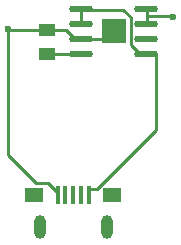
<source format=gbl>
G04 Layer: BottomLayer*
G04 EasyEDA Pro v2.2.25.6, 2024-08-18 10:38:01*
G04 Gerber Generator version 0.3*
G04 Scale: 100 percent, Rotated: No, Reflected: No*
G04 Dimensions in millimeters*
G04 Leading zeros omitted, absolute positions, 3 integers and 5 decimals*
%FSLAX35Y35*%
%MOMM*%
%ADD10R,0.4X1.5*%
%ADD11R,1.5X1.2*%
%ADD12O,1.0X2.0*%
%ADD13O,2.03799X0.57399*%
%ADD14R,2.0X2.0*%
%ADD15R,1.37701X1.13254*%
%ADD16C,0.6*%
%ADD17C,0.6096*%
%ADD18C,0.254*%
G75*


G04 Pad Start*
G54D10*
G01X1536984Y458760D03*
G01X1471986Y458760D03*
G01X1406987Y458760D03*
G01X1341989Y458760D03*
G01X1277015Y458760D03*
G54D11*
G01X1736984Y456246D03*
G01X1076990Y456246D03*
G54D12*
G01X1689486Y181240D03*
G01X1124488Y181240D03*
G54D13*
G01X1471889Y1649500D03*
G01X1471889Y1776500D03*
G01X1471889Y1903500D03*
G01X1471889Y2030500D03*
G01X2025711Y1649500D03*
G01X2025711Y1776500D03*
G01X2025711Y1903500D03*
G01X2025711Y2030500D03*
G54D14*
G01X1748800Y1840000D03*
G54D15*
G01X1187334Y1651453D03*
G01X1187334Y1851453D03*
G04 Pad End*

G04 Via Start*
G54D16*
G01X2255050Y1964198D03*
G01X854056Y1859408D03*
G54D17*
G01X1798787Y1890012D03*
G01X1798787Y1790013D03*
G01X1698787Y1790013D03*
G01X1698787Y1890012D03*
G04 Via End*

G04 Track Start*
G54D18*
G01X2106532Y1647371D02*
G01X2106532Y1002448D01*
G01X1610705Y506620D02*
G01X1539624Y506620D01*
G01X2106532Y1002448D02*
G01X1610705Y506620D01*
G01X1471515Y1904098D02*
G01X1471515Y2017364D01*
G01X1477294Y2023143D01*
G01X855116Y1835810D02*
G01X855116Y796575D01*
G01X1096384Y555307D02*
G01X1196744Y555307D01*
G01X1273025Y479026D01*
G01X1273025Y478255D01*
G01X855116Y796575D02*
G01X1096384Y555307D01*
G01X855116Y1835810D02*
G01X848856Y1842071D01*
G01X860991Y1852473D02*
G01X1187498Y1852473D01*
G01X854056Y1859408D02*
G01X860991Y1852473D01*
G01X1467325Y1644505D02*
G01X1460391Y1651440D01*
G01X2030621Y1903110D02*
G01X2028310Y1905422D01*
G01X2026865Y1649851D02*
G01X1971388Y1649851D01*
G01X1895107Y1726132D01*
G01X1895107Y1960755D01*
G01X1830383Y2025478D01*
G01X1485962Y2025478D01*
G01X1482495Y2028945D01*
G01X2251992Y1967256D02*
G01X2255050Y1964198D01*
G01X1460391Y1651440D02*
G01X1193325Y1651440D01*
G01X1421534Y1775108D02*
G01X1641628Y1775108D01*
G01X1460391Y1651440D02*
G01X1536591Y1651440D01*
G01X2028310Y1905422D02*
G01X2028310Y2033713D01*
G01X2029443Y1967256D02*
G01X2251992Y1967256D01*
G01X1188702Y1852545D02*
G01X1344097Y1852545D01*
G01X1421534Y1775108D01*
G04 Track End*

M02*


</source>
